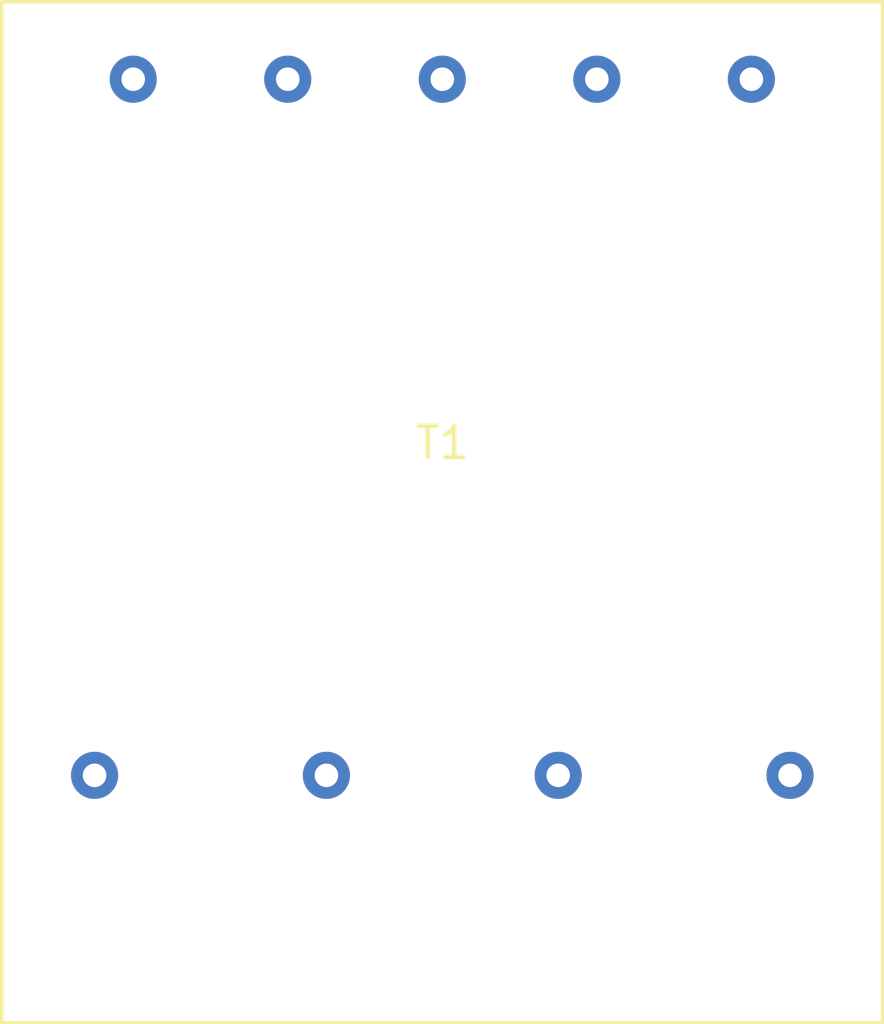
<source format=kicad_pcb>
(kicad_pcb (version 20171130) (host pcbnew "(5.1.4)-1")

  (general
    (thickness 1.6)
    (drawings 0)
    (tracks 0)
    (zones 0)
    (modules 1)
    (nets 1)
  )

  (page A4)
  (layers
    (0 F.Cu signal)
    (31 B.Cu signal)
    (32 B.Adhes user)
    (33 F.Adhes user)
    (34 B.Paste user)
    (35 F.Paste user)
    (36 B.SilkS user)
    (37 F.SilkS user)
    (38 B.Mask user)
    (39 F.Mask user)
    (40 Dwgs.User user)
    (41 Cmts.User user)
    (42 Eco1.User user)
    (43 Eco2.User user)
    (44 Edge.Cuts user)
    (45 Margin user)
    (46 B.CrtYd user)
    (47 F.CrtYd user)
    (48 B.Fab user)
    (49 F.Fab user)
  )

  (setup
    (last_trace_width 0.25)
    (trace_clearance 0.2)
    (zone_clearance 0.508)
    (zone_45_only no)
    (trace_min 0.2)
    (via_size 0.8)
    (via_drill 0.4)
    (via_min_size 0.4)
    (via_min_drill 0.3)
    (uvia_size 0.3)
    (uvia_drill 0.1)
    (uvias_allowed no)
    (uvia_min_size 0.2)
    (uvia_min_drill 0.1)
    (edge_width 0.05)
    (segment_width 0.2)
    (pcb_text_width 0.3)
    (pcb_text_size 1.5 1.5)
    (mod_edge_width 0.12)
    (mod_text_size 1 1)
    (mod_text_width 0.15)
    (pad_size 1.524 1.524)
    (pad_drill 0.762)
    (pad_to_mask_clearance 0.051)
    (solder_mask_min_width 0.25)
    (aux_axis_origin 0 0)
    (visible_elements FFFFFF7F)
    (pcbplotparams
      (layerselection 0x010fc_ffffffff)
      (usegerberextensions false)
      (usegerberattributes false)
      (usegerberadvancedattributes false)
      (creategerberjobfile false)
      (excludeedgelayer true)
      (linewidth 0.100000)
      (plotframeref false)
      (viasonmask false)
      (mode 1)
      (useauxorigin false)
      (hpglpennumber 1)
      (hpglpenspeed 20)
      (hpglpendiameter 15.000000)
      (psnegative false)
      (psa4output false)
      (plotreference true)
      (plotvalue true)
      (plotinvisibletext false)
      (padsonsilk false)
      (subtractmaskfromsilk false)
      (outputformat 1)
      (mirror false)
      (drillshape 1)
      (scaleselection 1)
      (outputdirectory ""))
  )

  (net 0 "")

  (net_class Default "This is the default net class."
    (clearance 0.2)
    (trace_width 0.25)
    (via_dia 0.8)
    (via_drill 0.4)
    (uvia_dia 0.3)
    (uvia_drill 0.1)
  )

  (module user-footprints:SB2812-12xx (layer F.Cu) (tedit 5D9AE58D) (tstamp 5D9B471D)
    (at 143.75 70.25)
    (path /5D9BF30A)
    (fp_text reference T1 (at 0 0.5) (layer F.SilkS)
      (effects (font (size 1 1) (thickness 0.15)))
    )
    (fp_text value SB2812-12xx (at 0 -0.5) (layer F.Fab)
      (effects (font (size 1 1) (thickness 0.15)))
    )
    (fp_line (start 14.25 -13.75) (end -14.25 -13.75) (layer F.SilkS) (width 0.12))
    (fp_line (start -14.25 -13.75) (end -14.25 19.25) (layer F.SilkS) (width 0.12))
    (fp_line (start -14.25 19.25) (end 14.25 19.25) (layer F.SilkS) (width 0.12))
    (fp_line (start 14.25 19.25) (end 14.25 -13.75) (layer F.SilkS) (width 0.12))
    (pad 1 thru_hole circle (at 11.25 11.25) (size 1.524 1.524) (drill 0.762) (layers *.Cu *.Mask))
    (pad 2 thru_hole circle (at 3.75 11.25) (size 1.524 1.524) (drill 0.762) (layers *.Cu *.Mask))
    (pad 3 thru_hole circle (at -3.75 11.25) (size 1.524 1.524) (drill 0.762) (layers *.Cu *.Mask))
    (pad 4 thru_hole circle (at -11.25 11.25) (size 1.524 1.524) (drill 0.762) (layers *.Cu *.Mask))
    (pad 5 thru_hole circle (at -10 -11.25) (size 1.524 1.524) (drill 0.762) (layers *.Cu *.Mask))
    (pad 6 thru_hole circle (at -5 -11.25) (size 1.524 1.524) (drill 0.762) (layers *.Cu *.Mask))
    (pad 7 thru_hole circle (at 0 -11.25) (size 1.524 1.524) (drill 0.762) (layers *.Cu *.Mask))
    (pad 8 thru_hole circle (at 5 -11.25) (size 1.524 1.524) (drill 0.762) (layers *.Cu *.Mask))
    (pad 9 thru_hole circle (at 10 -11.25) (size 1.524 1.524) (drill 0.762) (layers *.Cu *.Mask))
  )

)

</source>
